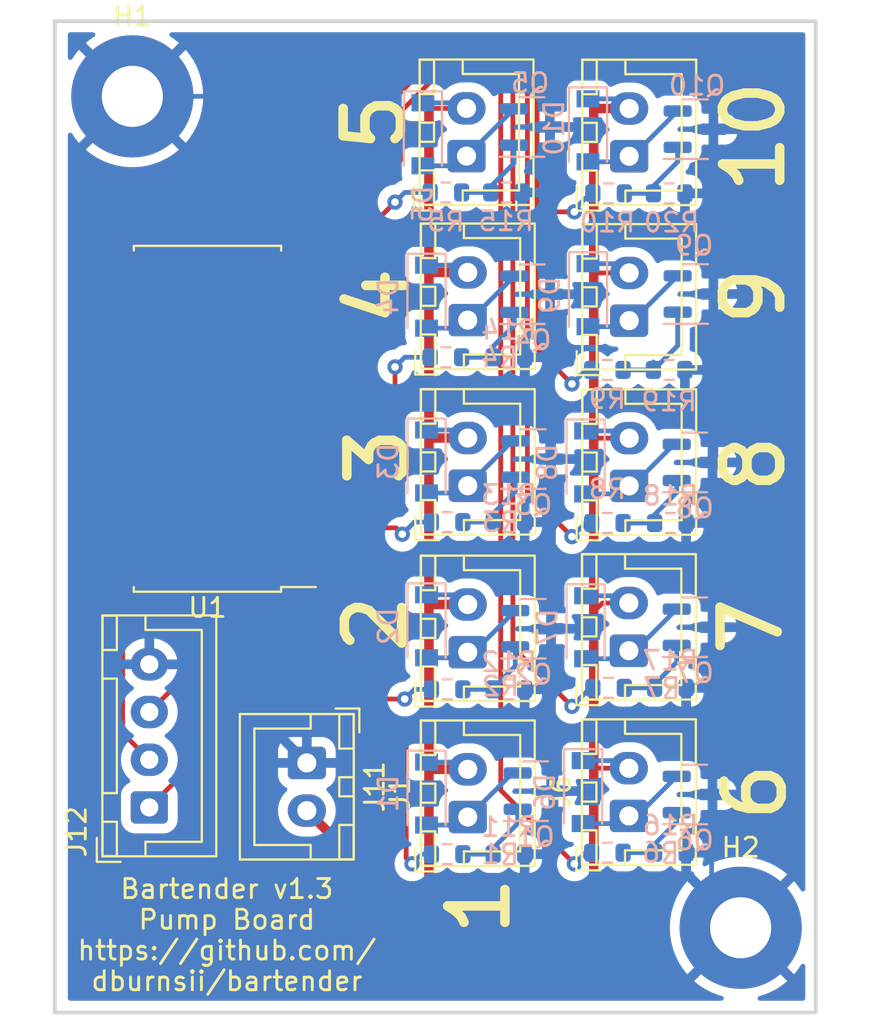
<source format=kicad_pcb>
(kicad_pcb (version 20211014) (generator pcbnew)
  (layers (0 "F.Cu" signal) (31 "B.Cu" signal) (34 "B.Paste" user) (35 "F.Paste" user) (36 "B.SilkS" user "B.Silkscreen") (37 "F.SilkS" user "F.Silkscreen") (38 "B.Mask" user) (39 "F.Mask" user) (44 "Edge.Cuts" user))
  (net 0 "")
  (net 1 "Net-(Q9-Pad1)")
  (net 2 "Net-(Q10-Pad1)")
  (net 3 "GND")
  (net 4 "/12v")
  (net 5 "Net-(J6-Pad1)")
  (net 6 "Net-(J7-Pad1)")
  (net 7 "Net-(J8-Pad1)")
  (net 8 "Net-(J9-Pad1)")
  (net 9 "Net-(J10-Pad1)")
  (net 10 "Net-(J2-Pad1)")
  (net 11 "Net-(J1-Pad1)")
  (net 12 "Net-(J3-Pad1)")
  (net 13 "Net-(J4-Pad1)")
  (net 14 "Net-(J5-Pad1)")
  (net 15 "Net-(J12-Pad1)")
  (net 16 "Net-(J12-Pad2)")
  (net 17 "Net-(J12-Pad3)")
  (net 18 "Net-(R1-Pad2)")
  (net 19 "Net-(R2-Pad2)")
  (net 20 "Net-(R3-Pad2)")
  (net 21 "Net-(R4-Pad2)")
  (net 22 "Net-(R5-Pad2)")
  (net 23 "Net-(R6-Pad2)")
  (net 24 "Net-(R7-Pad2)")
  (net 25 "Net-(R8-Pad2)")
  (net 26 "Net-(R1-Pad1)")
  (net 27 "Net-(R2-Pad1)")
  (net 28 "Net-(R3-Pad1)")
  (net 29 "Net-(R4-Pad1)")
  (net 30 "Net-(R5-Pad1)")
  (net 31 "Net-(R6-Pad1)")
  (net 32 "Net-(R7-Pad1)")
  (net 33 "Net-(R8-Pad1)")
  (net 34 "Net-(R9-Pad1)")
  (net 35 "Net-(R10-Pad1)")
  (footprint "Connector_JST:JST_XH_B2B-XH-A_1x02_P2.50mm_Vertical" (layer "F.Cu") (at 48.5625 74.590749 90)
    (fp_text reference "J2" hide)
    (fp_text value "2")
  )
  (footprint "Connector_JST:JST_XH_B2B-XH-A_1x02_P2.50mm_Vertical" (layer "F.Cu") (at 48.5625 65.867749 90)
    (fp_text reference "J3" hide)
    (fp_text value "3")
  )
  (footprint "Connector_JST:JST_XH_B2B-XH-A_1x02_P2.50mm_Vertical" (layer "F.Cu") (at 48.5625 57.191749 90)
    (fp_text reference "J4" hide)
    (fp_text value "4")
  )
  (footprint "Connector_JST:JST_XH_B2B-XH-A_1x02_P2.50mm_Vertical" (layer "F.Cu") (at 48.4985 48.595749 90)
    (fp_text reference "J5" hide)
    (fp_text value "5")
  )
  (footprint "Connector_JST:JST_XH_B2B-XH-A_1x02_P2.50mm_Vertical" (layer "F.Cu") (at 57.006 83.168249 90)
    (fp_text reference "J6")
    (fp_text value "6")
  )
  (footprint "Connector_JST:JST_XH_B2B-XH-A_1x02_P2.50mm_Vertical" (layer "F.Cu") (at 57.006 74.512249 90)
    (fp_text reference "J7" hide)
    (fp_text value "7")
  )
  (footprint "Connector_JST:JST_XH_B2B-XH-A_1x02_P2.50mm_Vertical" (layer "F.Cu") (at 57.023 65.876249 90)
    (fp_text reference "J8" hide)
    (fp_text value "8")
  )
  (footprint "Connector_JST:JST_XH_B2B-XH-A_1x02_P2.50mm_Vertical" (layer "F.Cu") (at 57.022 57.219249 90)
    (fp_text reference "J9" hide)
    (fp_text value "9")
  )
  (footprint "Connector_JST:JST_XH_B2B-XH-A_1x02_P2.50mm_Vertical" (layer "F.Cu") (at 57.023 48.604249 90)
    (fp_text reference "J10" hide)
    (fp_text value "10")
  )
  (footprint "Connector_JST:JST_XH_B2B-XH-A_1x02_P2.50mm_Vertical" (layer "F.Cu") (at 40.132 80.391 -90)
    (fp_text reference "J11")
    (fp_text value "12V")
  )
  (footprint "Connector_JST:JST_XH_B2B-XH-A_1x02_P2.50mm_Vertical" (layer "F.Cu") (at 48.5625 83.226749 90)
    (fp_text reference "J1")
    (fp_text value "1")
  )
  (footprint "Connector_JST:JST_XH_B4B-XH-A_1x04_P2.50mm_Vertical" (layer "F.Cu") (at 31.877 82.724 90)
    (fp_text reference "J12")
    (fp_text value "Conn_01x04_Female")
  )
  (footprint "Package_SO:SOIC-28W_7.5x17.9mm_P1.27mm" (layer "F.Cu") (at 34.925 62.360249 180)
    (fp_text reference "U1")
    (fp_text value "MCP23017_SO")
  )
  (footprint "MountingHole:MountingHole_3.2mm_M3_Pad" (layer "F.Cu") (at 30.988 45.466)
    (fp_text reference "H1")
    (fp_text value "MountingHole_Pad")
  )
  (footprint "MountingHole:MountingHole_3.2mm_M3_Pad" (layer "F.Cu") (at 62.865 89.027)
    (fp_text reference "H2")
    (fp_text value "MountingHole_Pad")
  )
  (footprint "Resistor_SMD:R_0603_1608Metric" (layer "B.Cu") (at 47.4835 85.171749)
    (fp_text reference "R1")
    (fp_text value "1KR")
  )
  (footprint "Resistor_SMD:R_0603_1608Metric" (layer "B.Cu") (at 47.4835 76.535749)
    (fp_text reference "R2")
    (fp_text value "1KR")
  )
  (footprint "Resistor_SMD:R_0603_1608Metric" (layer "B.Cu") (at 47.4835 67.772749)
    (fp_text reference "R3")
    (fp_text value "1KR")
  )
  (footprint "Resistor_SMD:R_0603_1608Metric" (layer "B.Cu") (at 47.4195 50.500749)
    (fp_text reference "R5")
    (fp_text value "1KR")
  )
  (footprint "Resistor_SMD:R_0603_1608Metric" (layer "B.Cu") (at 55.88 85.093249)
    (fp_text reference "R6")
    (fp_text value "1KR")
  )
  (footprint "Resistor_SMD:R_0603_1608Metric" (layer "B.Cu") (at 55.944 76.457249)
    (fp_text reference "R7")
    (fp_text value "1KR")
  )
  (footprint "Resistor_SMD:R_0603_1608Metric" (layer "B.Cu") (at 55.88 67.821249)
    (fp_text reference "R8")
    (fp_text value "1KR")
  )
  (footprint "Resistor_SMD:R_0603_1608Metric" (layer "B.Cu") (at 55.879 59.799249)
    (fp_text reference "R9")
    (fp_text value "1KR")
  )
  (footprint "Resistor_SMD:R_0603_1608Metric" (layer "B.Cu") (at 55.944 50.549249)
    (fp_text reference "R10")
    (fp_text value "1KR")
  )
  (footprint "Resistor_SMD:R_0603_1608Metric" (layer "B.Cu") (at 47.4195 59.136749)
    (fp_text reference "R4")
    (fp_text value "1KR")
  )
  (footprint "Diode_SMD:D_SOD-123" (layer "B.Cu") (at 54.864 55.884249 -90)
    (fp_text reference "D9")
    (fp_text value "1N4148W")
  )
  (footprint "Package_TO_SOT_SMD:SOT-23" (layer "B.Cu") (at 52.1185 81.869749)
    (fp_text reference "Q1")
    (fp_text value "AO3400A")
  )
  (footprint "Resistor_SMD:R_0603_1608Metric" (layer "B.Cu") (at 59.182 76.457249 180)
    (fp_text reference "R17")
    (fp_text value "R_Small_US")
  )
  (footprint "Diode_SMD:D_SOD-123" (layer "B.Cu") (at 46.4035 64.597749 -90)
    (fp_text reference "D3")
    (fp_text value "1N4148W")
  )
  (footprint "Resistor_SMD:R_0603_1608Metric" (layer "B.Cu") (at 59.119 50.549249 180)
    (fp_text reference "R20")
    (fp_text value "R_Small_US")
  )
  (footprint "Resistor_SMD:R_0603_1608Metric" (layer "B.Cu") (at 50.5945 50.500749 180)
    (fp_text reference "R15")
    (fp_text value "R_Small_US")
  )
  (footprint "Diode_SMD:D_SOD-123" (layer "B.Cu") (at 54.737 64.646249 -90)
    (fp_text reference "D8")
    (fp_text value "1N4148W")
  )
  (footprint "Package_TO_SOT_SMD:SOT-23" (layer "B.Cu") (at 60.5005 47.186249)
    (fp_text reference "Q10")
    (fp_text value "AO3400A")
  )
  (footprint "Diode_SMD:D_SOD-123" (layer "B.Cu") (at 54.737 73.282249 -90)
    (fp_text reference "D7")
    (fp_text value "1N4148W")
  )
  (footprint "Package_TO_SOT_SMD:SOT-23" (layer "B.Cu") (at 60.452 73.282249)
    (fp_text reference "Q7")
    (fp_text value "AO3400A")
  )
  (footprint "Resistor_SMD:R_0603_1608Metric" (layer "B.Cu") (at 50.7215 59.136749 180)
    (fp_text reference "R14")
    (fp_text value "R_Small_US")
  )
  (footprint "Diode_SMD:D_SOD-123" (layer "B.Cu") (at 46.2125 47.453749 -90)
    (fp_text reference "D5")
    (fp_text value "1N4148W")
  )
  (footprint "Package_TO_SOT_SMD:SOT-23" (layer "B.Cu") (at 51.9915 73.360749)
    (fp_text reference "Q2")
    (fp_text value "AO3400A")
  )
  (footprint "Package_TO_SOT_SMD:SOT-23" (layer "B.Cu") (at 60.452 64.646249)
    (fp_text reference "Q8")
    (fp_text value "AO3400A")
  )
  (footprint "Diode_SMD:D_SOD-123" (layer "B.Cu") (at 54.864 47.246249 -90)
    (fp_text reference "D10")
    (fp_text value "1N4148W")
  )
  (footprint "Resistor_SMD:R_0603_1608Metric" (layer "B.Cu") (at 50.7215 85.171749 180)
    (fp_text reference "R11")
    (fp_text value "R_Small_US")
  )
  (footprint "Diode_SMD:D_SOD-123" (layer "B.Cu") (at 46.4035 81.996749 -90)
    (fp_text reference "D1")
    (fp_text value "1N4148W")
  )
  (footprint "Package_TO_SOT_SMD:SOT-23" (layer "B.Cu") (at 60.5005 55.822249)
    (fp_text reference "Q9")
    (fp_text value "AO3400A")
  )
  (footprint "Resistor_SMD:R_0603_1608Metric" (layer "B.Cu") (at 59.117 59.799249 180)
    (fp_text reference "R19")
    (fp_text value "R_Small_US")
  )
  (footprint "Diode_SMD:D_SOD-123" (layer "B.Cu") (at 46.4035 73.233749 -90)
    (fp_text reference "D2")
    (fp_text value "1N4148W")
  )
  (footprint "Resistor_SMD:R_0603_1608Metric" (layer "B.Cu") (at 50.7215 76.535749 180)
    (fp_text reference "R12")
    (fp_text value "R_Small_US")
  )
  (footprint "Package_TO_SOT_SMD:SOT-23" (layer "B.Cu") (at 60.452 82.045249)
    (fp_text reference "Q6")
    (fp_text value "AO3400A")
  )
  (footprint "Package_TO_SOT_SMD:SOT-23" (layer "B.Cu") (at 51.9915 64.470749)
    (fp_text reference "Q3")
    (fp_text value "AO3400A")
  )
  (footprint "Resistor_SMD:R_0603_1608Metric" (layer "B.Cu") (at 50.7215 67.772749 180)
    (fp_text reference "R13")
    (fp_text value "R_Small_US")
  )
  (footprint "Resistor_SMD:R_0603_1608Metric" (layer "B.Cu") (at 59.182 67.821249 180)
    (fp_text reference "R18")
    (fp_text value "R_Small_US")
  )
  (footprint "Package_TO_SOT_SMD:SOT-23" (layer "B.Cu") (at 51.9275 47.071749)
    (fp_text reference "Q5")
    (fp_text value "AO3400A")
  )
  (footprint "Package_TO_SOT_SMD:SOT-23" (layer "B.Cu") (at 51.943 55.834749)
    (fp_text reference "Q4")
    (fp_text value "AO3400A")
  )
  (footprint "Diode_SMD:D_SOD-123" (layer "B.Cu") (at 54.61 81.919249 -90)
    (fp_text reference "D6")
    (fp_text value "1N4148W")
  )
  (footprint "Diode_SMD:D_SOD-123" (layer "B.Cu") (at 46.4035 55.961749 -90)
    (fp_text reference "D4")
    (fp_text value "1N4148W")
  )
  (footprint "Resistor_SMD:R_0603_1608Metric" (layer "B.Cu") (at 59.182 85.093249 180)
    (fp_text reference "R16")
    (fp_text value "R_Small_US")
  )
  (gr_rect (start 66.802 93.472) (end 26.924 41.529) (layer "Edge.Cuts") (width 0.2) (fill none))
  (gr_text "Bartender v1.3\nPump Board\nhttps://github.com/\ndburnsii/bartender" (at 35.941 89.408) (layer "F.SilkS") (effects (font (size 1 1))))
  (segment (start 59.563 56.772249) (end 59.563 58.528249) (width 0.25) (layer "B.Cu") (net 1))
  (segment (start 56.578 59.800249) (end 58.166 59.800249) (width 0.25) (layer "B.Cu") (net 1))
  (segment (start 59.563 58.528249) (end 58.292 59.799249) (width 0.25) (layer "B.Cu") (net 1))
  (segment (start 58.292 59.799249) (end 58.292 59.382249) (width 0.25) (layer "B.Cu") (net 1))
  (segment (start 58.294 50.549249) (end 58.294 50.167249) (width 0.25) (layer "B.Cu") (net 2))
  (segment (start 56.769 50.549249) (end 58.294 50.549249) (width 0.25) (layer "B.Cu") (net 2))
  (segment (start 58.294 50.167249) (end 59.563 48.898249) (width 0.25) (layer "B.Cu") (net 2))
  (segment (start 59.563 48.898249) (end 59.563 48.136249) (width 0.25) (layer "B.Cu") (net 2))
  (segment (start 52.8805 64.422249) (end 52.929 64.470749) (width 0.5) (layer "B.Cu") (net 3))
  (segment (start 52.391 78.867) (end 52.929 78.329) (width 0.5) (layer "B.Cu") (net 3))
  (segment (start 51.5465 59.136749) (end 52.8805 59.136749) (width 0.25) (layer "B.Cu") (net 3))
  (segment (start 51.5465 76.535749) (end 52.8805 76.535749) (width 0.25) (layer "B.Cu") (net 3))
  (segment (start 52.929 67.694249) (end 52.929 73.360749) (width 0.5) (layer "B.Cu") (net 3))
  (segment (start 61.341 85.093249) (end 61.341 87.503) (width 0.25) (layer "B.Cu") (net 3))
  (segment (start 61.3895 82.045249) (end 61.3895 85.044749) (width 0.5) (layer "B.Cu") (net 3))
  (segment (start 61.438 50.452249) (end 61.438 55.822249) (width 0.5) (layer "B.Cu") (net 3))
  (segment (start 40.894 43.307) (end 52.07 43.307) (width 0.25) (layer "B.Cu") (net 3))
  (segment (start 61.438 59.723249) (end 61.438 64.597749) (width 0.5) (layer "B.Cu") (net 3))
  (segment (start 43.053 80.391) (end 44.577 78.867) (width 0.5) (layer "B.Cu") (net 3))
  (segment (start 60.007 76.457249) (end 61.311 76.457249) (width 0.25) (layer "B.Cu") (net 3))
  (segment (start 61.3895 67.869749) (end 61.3895 73.282249) (width 0.5) (layer "B.Cu") (net 3))
  (segment (start 40.132 80.391) (end 43.053 80.391) (width 0.5) (layer "B.Cu") (net 3))
  (segment (start 52.929 76.487249) (end 52.929 78.329) (width 0.5) (layer "B.Cu") (net 3))
  (segment (start 52.07 43.307) (end 52.865 44.102) (width 0.25) (layer "B.Cu") (net 3))
  (segment (start 53.056 81.869749) (end 53.056 84.996249) (width 0.5) (layer "B.Cu") (net 3))
  (segment (start 52.929 64.470749) (end 52.929 67.694249) (width 0.5) (layer "B.Cu") (net 3))
  (segment (start 34.965 75.224) (end 40.132 80.391) (width 0.5) (layer "B.Cu") (net 3))
  (segment (start 59.944 50.549249) (end 61.341 50.549249) (width 0.25) (layer "B.Cu") (net 3))
  (segment (start 53.056 84.996249) (end 53.0075 85.044749) (width 0.5) (layer "B.Cu") (net 3))
  (segment (start 61.438 55.822249) (end 61.438 59.723249) (width 0.5) (layer "B.Cu") (net 3))
  (segment (start 61.3895 73.282249) (end 61.3895 76.378749) (width 0.5) (layer "B.Cu") (net 3))
  (segment (start 59.942 59.799249) (end 61.362 59.799249) (width 0.25) (layer "B.Cu") (net 3))
  (segment (start 52.929 73.360749) (end 52.929 76.487249) (width 0.5) (layer "B.Cu") (net 3))
  (segment (start 52.8805 50.500749) (end 52.8805 55.834749) (width 0.5) (layer "B.Cu") (net 3))
  (segment (start 52.8805 55.834749) (end 52.8805 59.136749) (width 0.5) (layer "B.Cu") (net 3))
  (segment (start 60.007 85.093249) (end 61.341 85.093249) (width 0.25) (layer "B.Cu") (net 3))
  (segment (start 51.4195 50.500749) (end 52.8805 50.500749) (width 0.25) (layer "B.Cu") (net 3))
  (segment (start 61.311 76.457249) (end 61.3895 76.378749) (width 0.25) (layer "B.Cu") (net 3))
  (segment (start 61.3895 64.646249) (end 61.3895 67.869749) (width 0.5) (layer "B.Cu") (net 3))
  (segment (start 61.3895 85.044749) (end 61.341 85.093249) (width 0.5) (layer "B.Cu") (net 3))
  (segment (start 52.8505 67.772749) (end 52.929 67.694249) (width 0.25) (layer "B.Cu") (net 3))
  (segment (start 52.8805 85.171749) (end 53.056 84.996249) (width 0.25) (layer "B.Cu") (net 3))
  (segment (start 61.3895 76.378749) (end 61.3895 82.045249) (width 0.5) (layer "B.Cu") (net 3))
  (segment (start 38.735 45.466) (end 40.894 43.307) (width 0.25) (layer "B.Cu") (net 3))
  (segment (start 52.8805 47.087249) (end 52.8805 50.500749) (width 0.5) (layer "B.Cu") (net 3))
  (segment (start 61.341 67.821249) (end 61.3895 67.869749) (width 0.25) (layer "B.Cu") (net 3))
  (segment (start 61.438 64.597749) (end 61.3895 64.646249) (width 0.5) (layer "B.Cu") (net 3))
  (segment (start 52.865 47.071749) (end 52.8805 47.087249) (width 0.5) (layer "B.Cu") (net 3))
  (segment (start 52.865 44.102) (end 52.865 47.071749) (width 0.25) (layer "B.Cu") (net 3))
  (segment (start 61.438 47.186249) (end 61.438 50.452249) (width 0.5) (layer "B.Cu") (net 3))
  (segment (start 44.577 78.867) (end 52.391 78.867) (width 0.5) (layer "B.Cu") (net 3))
  (segment (start 52.929 78.329) (end 52.929 81.742749) (width 0.5) (layer "B.Cu") (net 3))
  (segment (start 52.929 81.742749) (end 53.056 81.869749) (width 0.5) (layer "B.Cu") (net 3))
  (segment (start 61.341 87.503) (end 62.865 89.027) (width 0.25) (layer "B.Cu") (net 3))
  (segment (start 31.877 75.224) (end 34.965 75.224) (width 0.5) (layer "B.Cu") (net 3))
  (segment (start 51.5465 67.772749) (end 52.8505 67.772749) (width 0.25) (layer "B.Cu") (net 3))
  (segment (start 52.8805 76.535749) (end 52.929 76.487249) (width 0.25) (layer "B.Cu") (net 3))
  (segment (start 61.341 50.549249) (end 61.438 50.452249) (width 0.25) (layer "B.Cu") (net 3))
  (segment (start 30.988 45.466) (end 38.735 45.466) (width 0.25) (layer "B.Cu") (net 3))
  (segment (start 61.362 59.799249) (end 61.438 59.723249) (width 0.25) (layer "B.Cu") (net 3))
  (segment (start 51.5465 85.171749) (end 52.8805 85.171749) (width 0.25) (layer "B.Cu") (net 3))
  (segment (start 60.007 67.821249) (end 61.341 67.821249) (width 0.25) (layer "B.Cu") (net 3))
  (segment (start 52.8805 59.136749) (end 52.8805 64.422249) (width 0.5) (layer "B.Cu") (net 3))
  (segment (start 55.1665 80.853749) (end 55.1665 87.457749) (width 0.5) (layer "F.Cu") (net 4))
  (segment (start 57.006 80.668249) (end 55.352 80.668249) (width 0.25) (layer "F.Cu") (net 4))
  (segment (start 46.5305 46.055749) (end 46.5305 54.818749) (width 0.5) (layer "F.Cu") (net 4))
  (segment (start 55.1665 45.928749) (end 55.1665 54.818749) (width 0.5) (layer "F.Cu") (net 4))
  (segment (start 57.022 54.719249) (end 55.266 54.719249) (width 0.25) (layer "F.Cu") (net 4))
  (segment (start 55.342 46.104249) (end 57.023 46.104249) (width 0.5) (layer "F.Cu") (net 4))
  (segment (start 55.1665 87.457749) (end 46.660749 87.457749) (width 0.5) (layer "F.Cu") (net 4))
  (segment (start 46.5305 87.584749) (end 44.825749 87.584749) (width 0.5) (layer "F.Cu") (net 4))
  (segment (start 55.1665 45.928749) (end 55.342 46.104249) (width 0.5) (layer "F.Cu") (net 4))
  (segment (start 44.825749 87.584749) (end 40.132 82.891) (width 0.5) (layer "F.Cu") (net 4))
  (segment (start 48.5625 72.090749) (end 46.5305 72.090749) (width 0.5) (layer "F.Cu") (net 4))
  (segment (start 46.8245 63.367749) (end 46.5305 63.073749) (width 0.5) (layer "F.Cu") (net 4))
  (segment (start 46.5305 54.818749) (end 46.5305 63.073749) (width 0.5) (layer "F.Cu") (net 4))
  (segment (start 57.006 72.012249) (end 55.626 72.012249) (width 0.25) (layer "F.Cu") (net 4))
  (segment (start 46.5305 63.073749) (end 46.5305 72.090749) (width 0.5) (layer "F.Cu") (net 4))
  (segment (start 48.5625 80.726749) (end 46.5305 80.726749) (width 0.5) (layer "F.Cu") (net 4))
  (segment (start 55.352 80.668249) (end 55.1665 80.853749) (width 0.25) (layer "F.Cu") (net 4))
  (segment (start 55.1665 63.581749) (end 55.1665 72.471749) (width 0.5) (layer "F.Cu") (net 4))
  (segment (start 46.5705 46.095749) (end 46.5305 46.055749) (width 0.25) (layer "F.Cu") (net 4))
  (segment (start 48.5625 63.367749) (end 46.8245 63.367749) (width 0.5) (layer "F.Cu") (net 4))
  (segment (start 46.5305 87.3275) (end 46.5305 87.584749) (width 0.5) (layer "F.Cu") (net 4))
  (segment (start 55.1665 72.471749) (end 55.1665 80.853749) (width 0.5) (layer "F.Cu") (net 4))
  (segment (start 55.372 63.376249) (end 55.1665 63.581749) (width 0.25) (layer "F.Cu") (net 4))
  (segment (start 55.266 54.719249) (end 55.1665 54.818749) (width 0.25) (layer "F.Cu") (net 4))
  (segment (start 55.1665 54.818749) (end 55.1665 63.581749) (width 0.5) (layer "F.Cu") (net 4))
  (segment (start 46.6575 54.691749) (end 46.5305 54.818749) (width 0.5) (layer "F.Cu") (net 4))
  (segment (start 46.5305 80.726749) (end 46.5305 87.3275) (width 0.5) (layer "F.Cu") (net 4))
  (segment (start 48.4985 46.095749) (end 46.5705 46.095749) (width 0.25) (layer "F.Cu") (net 4))
  (segment (start 57.023 63.376249) (end 55.372 63.376249) (width 0.25) (layer "F.Cu") (net 4))
  (segment (start 55.626 72.012249) (end 55.1665 72.471749) (width 0.25) (layer "F.Cu") (net 4))
  (segment (start 46.660749 87.457749) (end 46.5305 87.3275) (width 0.5) (layer "F.Cu") (net 4))
  (segment (start 48.5625 54.691749) (end 46.6575 54.691749) (width 0.5) (layer "F.Cu") (net 4))
  (segment (start 46.5305 72.090749) (end 46.5305 80.726749) (width 0.5) (layer "F.Cu") (net 4))
  (segment (start 54.864 54.234249) (end 56.537 54.234249) (width 0.25) (layer "B.Cu") (net 4))
  (segment (start 54.864 45.596249) (end 56.515 45.596249) (width 0.25) (layer "B.Cu") (net 4))
  (segment (start 46.2125 45.803749) (end 48.2065 45.803749) (width 0.25) (layer "B.Cu") (net 4))
  (segment (start 46.4035 54.311749) (end 48.1825 54.311749) (width 0.25) (layer "B.Cu") (net 4))
  (segment (start 46.4035 62.947749) (end 48.1425 62.947749) (width 0.25) (layer "B.Cu") (net 4))
  (segment (start 56.516 54.213249) (end 57.022 54.719249) (width 0.25) (layer "B.Cu") (net 4))
  (segment (start 56.607 80.269249) (end 57.006 80.668249) (width 0.25) (layer "B.Cu") (net 4))
  (segment (start 54.61 80.269249) (end 56.607 80.269249) (width 0.25) (layer "B.Cu") (net 4))
  (segment (start 46.4035 80.346749) (end 48.1825 80.346749) (width 0.25) (layer "B.Cu") (net 4))
  (segment (start 48.1825 54.311749) (end 48.5625 54.691749) (width 0.25) (layer "B.Cu") (net 4))
  (segment (start 56.515 45.596249) (end 57.023 46.104249) (width 0.25) (layer "B.Cu") (net 4))
  (segment (start 54.737 62.996249) (end 56.643 62.996249) (width 0.25) (layer "B.Cu") (net 4))
  (segment (start 54.737 71.632249) (end 56.626 71.632249) (width 0.25) (layer "B.Cu") (net 4))
  (segment (start 48.1425 62.947749) (end 48.5625 63.367749) (width 0.25) (layer "B.Cu") (net 4))
  (segment (start 48.2065 45.803749) (end 48.4985 46.095749) (width 0.25) (layer "B.Cu") (net 4))
  (segment (start 56.643 62.996249) (end 57.023 63.376249) (width 0.25) (layer "B.Cu") (net 4))
  (segment (start 46.4035 71.583749) (end 48.0555 71.583749) (width 0.25) (layer "B.Cu") (net 4))
  (segment (start 56.537 54.234249) (end 57.022 54.719249) (width 0.25) (layer "B.Cu") (net 4))
  (segment (start 48.1825 80.346749) (end 48.5625 80.726749) (width 0.25) (layer "B.Cu") (net 4))
  (segment (start 48.0555 71.583749) (end 48.5625 72.090749) (width 0.25) (layer "B.Cu") (net 4))
  (segment (start 56.626 71.632249) (end 57.006 72.012249) (width 0.25) (layer "B.Cu") (net 4))
  (segment (start 56.605 83.569249) (end 57.006 83.168249) (width 0.25) (layer "B.Cu") (net 5))
  (segment (start 54.61 83.569249) (end 56.605 83.569249) (width 0.25) (layer "B.Cu") (net 5))
  (segment (start 57.4415 83.168249) (end 59.5145 81.095249) (width 0.25) (layer "B.Cu") (net 5))
  (segment (start 57.006 83.168249) (end 57.4415 83.168249) (width 0.25) (layer "B.Cu") (net 5))
  (segment (start 54.737 74.932249) (end 56.586 74.932249) (width 0.25) (layer "B.Cu") (net 6))
  (segment (start 57.006 74.512249) (end 57.3345 74.512249) (width 0.25) (layer "B.Cu") (net 6))
  (segment (start 57.3345 74.512249) (end 59.5145 72.332249) (width 0.25) (layer "B.Cu") (net 6))
  (segment (start 56.586 74.932249) (end 57.006 74.512249) (width 0.25) (layer "B.Cu") (net 6))
  (segment (start 57.19 65.876249) (end 59.37 63.696249) (width 0.25) (layer "B.Cu") (net 7))
  (segment (start 57.023 65.876249) (end 57.19 65.876249) (width 0.25) (layer "B.Cu") (net 7))
  (segment (start 56.603 66.296249) (end 57.023 65.876249) (width 0.25) (layer "B.Cu") (net 7))
  (segment (start 59.37 63.696249) (end 59.5145 63.696249) (width 0.25) (layer "B.Cu") (net 7))
  (segment (start 54.737 66.296249) (end 56.603 66.296249) (width 0.25) (layer "B.Cu") (net 7))
  (segment (start 57.022 57.219249) (end 57.216 57.219249) (width 0.25) (layer "B.Cu") (net 8))
  (segment (start 56.707 57.534249) (end 57.022 57.219249) (width 0.25) (layer "B.Cu") (net 8))
  (segment (start 57.216 57.219249) (end 59.563 54.872249) (width 0.25) (layer "B.Cu") (net 8))
  (segment (start 54.864 57.534249) (end 56.707 57.534249) (width 0.25) (layer "B.Cu") (net 8))
  (segment (start 57.195 48.604249) (end 59.563 46.236249) (width 0.25) (layer "B.Cu") (net 9))
  (segment (start 57.023 48.604249) (end 57.195 48.604249) (width 0.25) (layer "B.Cu") (net 9))
  (segment (start 56.731 48.896249) (end 57.023 48.604249) (width 0.25) (layer "B.Cu") (net 9))
  (segment (start 54.864 48.896249) (end 56.731 48.896249) (width 0.25) (layer "B.Cu") (net 9))
  (segment (start 48.5625 74.590749) (end 48.874 74.590749) (width 0.25) (layer "B.Cu") (net 10))
  (segment (start 48.2695 74.883749) (end 48.5625 74.590749) (width 0.25) (layer "B.Cu") (net 10))
  (segment (start 48.874 74.590749) (end 51.054 72.410749) (width 0.25) (layer "B.Cu") (net 10))
  (segment (start 46.4035 74.883749) (end 48.2695 74.883749) (width 0.25) (layer "B.Cu") (net 10))
  (segment (start 48.5625 83.226749) (end 48.6025 83.226749) (width 0.25) (layer "B.Cu") (net 11))
  (segment (start 48.6025 83.226749) (end 50.9095 80.919749) (width 0.25) (layer "B.Cu") (net 11))
  (segment (start 48.1425 83.646749) (end 48.5625 83.226749) (width 0.25) (layer "B.Cu") (net 11))
  (segment (start 50.9095 80.919749) (end 51.181 80.919749) (width 0.25) (layer "B.Cu") (net 11))
  (segment (start 46.4035 83.646749) (end 48.1425 83.646749) (width 0.25) (layer "B.Cu") (net 11))
  (segment (start 48.5625 65.867749) (end 50.9095 63.520749) (width 0.25) (layer "B.Cu") (net 12))
  (segment (start 46.4035 66.247749) (end 48.1825 66.247749) (width 0.25) (layer "B.Cu") (net 12))
  (segment (start 48.1825 66.247749) (end 48.5625 65.867749) (width 0.25) (layer "B.Cu") (net 12))
  (segment (start 50.9095 63.520749) (end 51.054 63.520749) (width 0.25) (layer "B.Cu") (net 12))
  (segment (start 48.5625 57.191749) (end 48.6985 57.191749) (width 0.25) (layer "B.Cu") (net 13))
  (segment (start 48.1425 57.611749) (end 48.5625 57.191749) (width 0.25) (layer "B.Cu") (net 13))
  (segment (start 46.4035 57.611749) (end 48.1425 57.611749) (width 0.25) (layer "B.Cu") (net 13))
  (segment (start 48.6985 57.191749) (end 51.0055 54.884749) (width 0.25) (layer "B.Cu") (net 13))
  (segment (start 47.9905 49.103749) (end 48.4985 48.595749) (width 0.25) (layer "B.Cu") (net 14))
  (segment (start 48.4985 48.595749) (end 48.5845 48.681749) (width 0.25) (layer "B.Cu") (net 14))
  (segment (start 48.516 48.595749) (end 50.99 46.121749) (width 0.25) (layer "B.Cu") (net 14))
  (segment (start 46.2125 49.103749) (end 47.9905 49.103749) (width 0.25) (layer "B.Cu") (net 14))
  (segment (start 47.9705 49.123749) (end 48.4985 48.595749) (width 0.25) (layer "B.Cu") (net 14))
  (segment (start 48.4985 48.595749) (end 48.516 48.595749) (width 0.25) (layer "B.Cu") (net 14))
  (segment (start 37.211 77.39) (end 37.211 63.642498) (width 0.25) (layer "F.Cu") (net 15))
  (segment (start 37.592 63.261498) (end 37.592 61.214) (width 0.25) (layer "F.Cu") (net 15))
  (segment (start 37.211 63.642498) (end 37.592 63.261498) (width 0.25) (layer "F.Cu") (net 15))
  (segment (start 38.350751 60.455249) (end 39.575 60.455249) (width 0.25) (layer "F.Cu") (net 15))
  (segment (start 37.592 61.214) (end 38.350751 60.455249) (width 0.25) (layer "F.Cu") (net 15))
  (segment (start 31.877 82.724) (end 37.211 77.39) (width 0.25) (layer "F.Cu") (net 15))
  (segment (start 30.48 78.827) (end 30.48 72.107) (width 0.25) (layer "F.Cu") (net 16))
  (segment (start 30.48 72.107) (end 35.306 67.281) (width 0.25) (layer "F.Cu") (net 16))
  (segment (start 31.877 80.224) (end 30.48 78.827) (width 0.25) (layer "F.Cu") (net 16))
  (segment (start 35.306 67.281) (end 35.306 58.039) (width 0.25) (layer "F.Cu") (net 16))
  (segment (start 37.969751 55.375249) (end 39.575 55.375249) (width 0.25) (layer "F.Cu") (net 16))
  (segment (start 35.306 58.039) (end 37.969751 55.375249) (width 0.25) (layer "F.Cu") (net 16))
  (segment (start 31.877 77.724) (end 35.941 73.66) (width 0.25) (layer "F.Cu") (net 17))
  (segment (start 35.941 73.66) (end 35.941 59.852498) (width 0.25) (layer "F.Cu") (net 17))
  (segment (start 35.941 59.852498) (end 39.148249 56.645249) (width 0.25) (layer "F.Cu") (net 17))
  (segment (start 39.148249 56.645249) (end 39.575 56.645249) (width 0.25) (layer "F.Cu") (net 17))
  (segment (start 48.3085 85.171749) (end 49.8965 85.171749) (width 0.25) (layer "B.Cu") (net 18))
  (segment (start 49.8965 85.171749) (end 49.8965 84.853749) (width 0.25) (layer "B.Cu") (net 18))
  (segment (start 51.181 83.569249) (end 51.181 82.819749) (width 0.25) (layer "B.Cu") (net 18))
  (segment (start 48.3085 85.171749) (end 48.3085 85.044749) (width 0.25) (layer "B.Cu") (net 18))
  (segment (start 49.8965 84.853749) (end 51.181 83.569249) (width 0.25) (layer "B.Cu") (net 18))
  (segment (start 48.3085 76.535749) (end 49.8965 76.535749) (width 0.25) (layer "B.Cu") (net 19))
  (segment (start 51.054 75.314249) (end 51.054 74.310749) (width 0.25) (layer "B.Cu") (net 19))
  (segment (start 49.8965 76.471749) (end 51.054 75.314249) (width 0.25) (layer "B.Cu") (net 19))
  (segment (start 49.8965 76.535749) (end 49.8965 76.471749) (width 0.25) (layer "B.Cu") (net 19))
  (segment (start 49.8965 67.772749) (end 49.8965 67.327749) (width 0.25) (layer "B.Cu") (net 20))
  (segment (start 51.054 66.170249) (end 51.054 65.420749) (width 0.25) (layer "B.Cu") (net 20))
  (segment (start 49.8965 67.327749) (end 51.054 66.170249) (width 0.25) (layer "B.Cu") (net 20))
  (segment (start 48.3085 67.772749) (end 49.8965 67.772749) (width 0.25) (layer "B.Cu") (net 20))
  (segment (start 51.0055 57.455749) (end 51.0055 56.784749) (width 0.25) (layer "B.Cu") (net 21))
  (segment (start 48.2445 59.136749) (end 49.8965 59.136749) (width 0.25) (layer "B.Cu") (net 21))
  (segment (start 49.8965 59.136749) (end 49.8965 58.564749) (width 0.25) (layer "B.Cu") (net 21))
  (segment (start 49.8965 58.564749) (end 51.0055 57.455749) (width 0.25) (layer "B.Cu") (net 21))
  (segment (start 50.99 48.962249) (end 50.99 48.021749) (width 0.25) (layer "B.Cu") (net 22))
  (segment (start 49.7695 50.500749) (end 49.7695 50.182749) (width 0.25) (layer "B.Cu") (net 22))
  (segment (start 48.2445 50.500749) (end 49.7695 50.500749) (width 0.25) (layer "B.Cu") (net 22))
  (segment (start 49.7695 50.182749) (end 50.99 48.962249) (width 0.25) (layer "B.Cu") (net 22))
  (segment (start 56.705 85.093249) (end 58.357 85.093249) (width 0.25) (layer "B.Cu") (net 23))
  (segment (start 59.5145 83.490749) (end 59.5145 82.995249) (width 0.25) (layer "B.Cu") (net 23))
  (segment (start 58.357 84.648249) (end 59.5145 83.490749) (width 0.25) (layer "B.Cu") (net 23))
  (segment (start 58.357 85.093249) (end 58.357 84.648249) (width 0.25) (layer "B.Cu") (net 23))
  (segment (start 56.769 76.457249) (end 58.357 76.457249) (width 0.25) (layer "B.Cu") (net 24))
  (segment (start 58.357 76.457249) (end 58.357 76.266249) (width 0.25) (layer "B.Cu") (net 24))
  (segment (start 59.5145 75.108749) (end 59.5145 74.232249) (width 0.25) (layer "B.Cu") (net 24))
  (segment (start 58.357 76.266249) (end 59.5145 75.108749) (width 0.25) (layer "B.Cu") (net 24))
  (segment (start 58.357 67.376249) (end 59.5145 66.218749) (width 0.25) (layer "B.Cu") (net 25))
  (segment (start 59.5145 66.218749) (end 59.5145 65.596249) (width 0.25) (layer "B.Cu") (net 25))
  (segment (start 58.357 67.821249) (end 58.357 67.376249) (width 0.25) (layer "B.Cu") (net 25))
  (segment (start 56.705 67.821249) (end 58.357 67.821249) (width 0.25) (layer "B.Cu") (net 25))
  (segment (start 41.021 74.553645) (end 45.339 78.871645) (width 0.25) (layer "F.Cu") (net 26))
  (segment (start 39.575 70.817) (end 41.021 72.263) (width 0.25) (layer "F.Cu") (net 26))
  (segment (start 45.339 78.871645) (end 45.339 85.377249) (width 0.25) (layer "F.Cu") (net 26))
  (segment (start 41.021 72.263) (end 41.021 74.553645) (width 0.25) (layer "F.Cu") (net 26))
  (segment (start 45.339 85.377249) (end 45.6415 85.679749) (width 0.25) (layer "F.Cu") (net 26))
  (segment (start 39.575 70.615249) (end 39.575 70.817) (width 0.25) (layer "F.Cu") (net 26))
  (via (at 45.6415 85.679749) (size 0.8) (drill 0.4) (layers "F.Cu" "B.Cu") (net 26))
  (segment (start 46.1495 85.171749) (end 45.6415 85.679749) (width 0.25) (layer "B.Cu") (net 26))
  (segment (start 46.6585 85.171749) (end 46.1495 85.171749) (width 0.25) (layer "B.Cu") (net 26))
  (segment (start 40.259 69.345249) (end 41.783 70.869249) (width 0.25) (layer "F.Cu") (net 27))
  (segment (start 41.783 74.679249) (end 44.1475 77.043749) (width 0.25) (layer "F.Cu") (net 27))
  (segment (start 39.575 69.345249) (end 40.259 69.345249) (width 0.25) (layer "F.Cu") (net 27))
  (segment (start 44.1475 77.043749) (end 45.2605 77.043749) (width 0.25) (layer "F.Cu") (net 27))
  (segment (start 41.783 70.869249) (end 41.783 74.679249) (width 0.25) (layer "F.Cu") (net 27))
  (via (at 45.2605 77.043749) (size 0.8) (drill 0.4) (layers "F.Cu" "B.Cu") (net 27))
  (segment (start 46.6585 76.535749) (end 45.7685 76.535749) (width 0.25) (layer "B.Cu") (net 27))
  (segment (start 45.7685 76.535749) (end 45.2605 77.043749) (width 0.25) (layer "B.Cu") (net 27))
  (segment (start 44.801 68.075249) (end 45.1335 68.407749) (width 0.25) (layer "F.Cu") (net 28))
  (segment (start 39.575 68.075249) (end 44.801 68.075249) (width 0.25) (layer "F.Cu") (net 28))
  (via (at 45.1335 68.407749) (size 0.8) (drill 0.4) (layers "F.Cu" "B.Cu") (net 28))
  (segment (start 46.6585 67.772749) (end 45.7685 67.772749) (width 0.25) (layer "B.Cu") (net 28))
  (segment (start 45.7685 67.772749) (end 45.1335 68.407749) (width 0.25) (layer "B.Cu") (net 28))
  (segment (start 39.575 66.805249) (end 40.513 66.805249) (width 0.25) (layer "F.Cu") (net 29))
  (segment (start 44.7525 62.565749) (end 44.7525 59.644749) (width 0.25) (layer "F.Cu") (net 29))
  (segment (start 40.513 66.805249) (end 44.7525 62.565749) (width 0.25) (layer "F.Cu") (net 29))
  (via (at 44.7525 59.644749) (size 0.8) (drill 0.4) (layers "F.Cu" "B.Cu") (net 29))
  (segment (start 46.5945 59.136749) (end 45.2605 59.136749) (width 0.25) (layer "B.Cu") (net 29))
  (segment (start 45.2605 59.136749) (end 44.7525 59.644749) (width 0.25) (layer "B.Cu") (net 29))
  (segment (start 39.575 65.535249) (end 40.001751 65.535249) (width 0.25) (layer "F.Cu") (net 30))
  (segment (start 40.001751 65.535249) (end 43.688 61.849) (width 0.25) (layer "F.Cu") (net 30))
  (segment (start 43.688 61.849) (end 43.688 52.073249) (width 0.25) (layer "F.Cu") (net 30))
  (segment (start 43.688 52.073249) (end 44.7525 51.008749) (width 0.25) (layer "F.Cu") (net 30))
  (via (at 44.7525 51.008749) (size 0.8) (drill 0.4) (layers "F.Cu" "B.Cu") (net 30))
  (segment (start 46.5945 50.500749) (end 45.2605 50.500749) (width 0.25) (layer "B.Cu") (net 30))
  (segment (start 45.2605 50.500749) (end 44.7525 51.008749) (width 0.25) (layer "B.Cu") (net 30))
  (segment (start 50.292 44.707249) (end 50.292 81.821249) (width 0.25) (layer "F.Cu") (net 31))
  (segment (start 40.001751 64.265249) (end 42.545 61.722) (width 0.25) (layer "F.Cu") (net 31))
  (segment (start 50.292 81.821249) (end 54.1505 85.679749) (width 0.25) (layer "F.Cu") (net 31))
  (segment (start 42.545 61.722) (end 42.545 51.311249) (width 0.25) (layer "F.Cu") (net 31))
  (segment (start 46.99 44.326249) (end 49.911 44.326249) (width 0.25) (layer "F.Cu") (net 31))
  (segment (start 42.545 51.311249) (end 45.085 48.771249) (width 0.25) (layer "F.Cu") (net 31))
  (segment (start 49.911 44.326249) (end 50.292 44.707249) (width 0.25) (layer "F.Cu") (net 31))
  (segment (start 45.085 46.231249) (end 46.99 44.326249) (width 0.25) (layer "F.Cu") (net 31))
  (segment (start 39.575 64.265249) (end 40.001751 64.265249) (width 0.25) (layer "F.Cu") (net 31))
  (segment (start 45.085 48.771249) (end 45.085 46.231249) (width 0.25) (layer "F.Cu") (net 31))
  (via (at 54.1505 85.679749) (size 0.8) (drill 0.4) (layers "F.Cu" "B.Cu") (net 31))
  (segment (start 54.737 85.093249) (end 54.1505 85.679749) (width 0.25) (layer "B.Cu") (net 31))
  (segment (start 55.055 85.093249) (end 54.737 85.093249) (width 0.25) (layer "B.Cu") (net 31))
  (segment (start 40.001751 62.995249) (end 41.656 61.341) (width 0.25) (layer "F.Cu") (net 32))
  (segment (start 50.927 44.705853) (end 50.927 74.328249) (width 0.25) (layer "F.Cu") (net 32))
  (segment (start 50.927 74.328249) (end 54.0235 77.424749) (width 0.25) (layer "F.Cu") (net 32))
  (segment (start 41.656 61.341) (end 41.656 51.057249) (width 0.25) (layer "F.Cu") (net 32))
  (segment (start 44.323 45.977249) (end 46.609 43.691249) (width 0.25) (layer "F.Cu") (net 32))
  (segment (start 49.912396 43.691249) (end 50.927 44.705853) (width 0.25) (layer "F.Cu") (net 32))
  (segment (start 44.323 48.390249) (end 44.323 45.977249) (width 0.25) (layer "F.Cu") (net 32))
  (segment (start 39.575 62.995249) (end 40.001751 62.995249) (width 0.25) (layer "F.Cu") (net 32))
  (segment (start 46.609 43.691249) (end 49.912396 43.691249) (width 0.25) (layer "F.Cu") (net 32))
  (segment (start 41.656 51.057249) (end 44.323 48.390249) (width 0.25) (layer "F.Cu") (net 32))
  (via (at 54.0235 77.424749) (size 0.8) (drill 0.4) (layers "F.Cu" "B.Cu") (net 32))
  (segment (start 55.119 76.457249) (end 54.991 76.457249) (width 0.25) (layer "B.Cu") (net 32))
  (segment (start 54.991 76.457249) (end 54.0235 77.424749) (width 0.25) (layer "B.Cu") (net 32))
  (segment (start 50.098792 43.241249) (end 51.689 44.831457) (width 0.25) (layer "F.Cu") (net 33))
  (segment (start 41.206 60.521) (end 41.206 50.364249) (width 0.25) (layer "F.Cu") (net 33))
  (segment (start 39.575 61.725249) (end 40.001751 61.725249) (width 0.25) (layer "F.Cu") (net 33))
  (segment (start 51.689 66.200249) (end 54.0235 68.534749) (width 0.25) (layer "F.Cu") (net 33))
  (segment (start 51.689 44.831457) (end 51.689 66.200249) (width 0.25) (layer "F.Cu") (net 33))
  (segment (start 43.815 47.755249) (end 43.815 45.723249) (width 0.25) (layer "F.Cu") (net 33))
  (segment (start 41.206 50.364249) (end 43.815 47.755249) (width 0.25) (layer "F.Cu") (net 33))
  (segment (start 40.001751 61.725249) (end 41.206 60.521) (width 0.25) (layer "F.Cu") (net 33))
  (segment (start 43.815 45.723249) (end 46.297 43.241249) (width 0.25) (layer "F.Cu") (net 33))
  (via (at 54.0235 68.534749) (size 0.8) (drill 0.4) (layers "F.Cu" "B.Cu") (net 33))
  (segment (start 55.055 67.821249) (end 54.737 67.821249) (width 0.25) (layer "B.Cu") (net 33))
  (segment (start 54.737 67.821249) (end 54.0235 68.534749) (width 0.25) (layer "B.Cu") (net 33))
  (segment (start 43.307 47.244) (end 43.307 45.466) (width 0.25) (layer "F.Cu") (net 34))
  (segment (start 37.719 54.61) (end 37.719 52.451) (width 0.25) (layer "F.Cu") (net 34))
  (segment (start 52.197 58.707249) (end 54.0235 60.533749) (width 0.25) (layer "F.Cu") (net 34))
  (segment (start 34.856 57.473) (end 37.719 54.61) (width 0.25) (layer "F.Cu") (net 34))
  (segment (start 42.037 48.514) (end 43.307 47.244) (width 0.25) (layer "F.Cu") (net 34))
  (segment (start 37.719 52.451) (end 41.656 48.514) (width 0.25) (layer "F.Cu") (net 34))
  (segment (start 43.307 45.466) (end 45.981751 42.791249) (width 0.25) (layer "F.Cu") (net 34))
  (segment (start 34.856 59.251) (end 34.856 57.473) (width 0.25) (layer "F.Cu") (net 34))
  (segment (start 41.656 48.514) (end 42.037 48.514) (width 0.25) (layer "F.Cu") (net 34))
  (segment (start 50.411249 42.791249) (end 52.197 44.577) (width 0.25) (layer "F.Cu") (net 34))
  (segment (start 31.111751 62.995249) (end 34.856 59.251) (width 0.25) (layer "F.Cu") (net 34))
  (segment (start 30.275 62.995249) (end 31.111751 62.995249) (width 0.25) (layer "F.Cu") (net 34))
  (segment (start 45.981751 42.791249) (end 50.411249 42.791249) (width 0.25) (layer "F.Cu") (net 34))
  (segment (start 52.197 44.577) (end 52.197 58.707249) (width 0.25) (layer "F.Cu") (net 34))
  (via (at 54.0235 60.533749) (size 0.8) (drill 0.4) (layers "F.Cu" "B.Cu") (net 34))
  (segment (start 55.054 59.799249) (end 54.758 59.799249) (width 0.25) (layer "B.Cu") (net 34))
  (segment (start 54.758 59.799249) (end 54.0235 60.533749) (width 0.25) (layer "B.Cu") (net 34))
  (segment (start 34.415604 57.277) (end 37.211 54.481604) (width 0.25) (layer "F.Cu") (net 35))
  (segment (start 50.547396 42.291) (end 52.832 44.575604) (width 0.25) (layer "F.Cu") (net 35))
  (segment (start 37.211 52.197) (end 42.545 46.863) (width 0.25) (layer "F.Cu") (net 35))
  (segment (start 53.167749 51.516749) (end 54.1505 51.516749) (width 0.25) (layer "F.Cu") (net 35))
  (segment (start 30.275 61.725249) (end 31.619751 61.725249) (width 0.25) (layer "F.Cu") (net 35))
  (segment (start 52.832 44.575604) (end 52.832 51.181) (width 0.25) (layer "F.Cu") (net 35))
  (segment (start 42.545 45.591604) (end 45.845604 42.291) (width 0.25) (layer "F.Cu") (net 35))
  (segment (start 34.29 57.277) (end 34.415604 57.277) (width 0.25) (layer "F.Cu") (net 35))
  (segment (start 37.211 54.481604) (end 37.211 52.197) (width 0.25) (layer "F.Cu") (net 35))
  (segment (start 42.545 46.863) (end 42.545 45.591604) (width 0.25) (layer "F.Cu") (net 35))
  (segment (start 31.619751 61.725249) (end 34.29 59.055) (width 0.25) (layer "F.Cu") (net 35))
  (segment (start 52.832 51.181) (end 53.167749 51.516749) (width 0.25) (layer "F.Cu") (net 35))
  (segment (start 34.29 59.055) (end 34.29 57.277) (width 0.25) (layer "F.Cu") (net 35))
  (segment (start 45.845604 42.291) (end 50.547396 42.291) (width 0.25) (layer "F.Cu") (net 35))
  (via (at 54.1505 51.516749) (size 0.8) (drill 0.4) (layers "F.Cu" "B.Cu") (net 35))
  (segment (start 54.1505 51.389749) (end 54.1505 51.516749) (width 0.25) (layer "B.Cu") (net 35))
  (segment (start 54.991 50.549249) (end 54.1505 51.389749) (width 0.25) (layer "B.Cu") (net 35))
  (segment (start 55.119 50.549249) (end 54.991 50.549249) (width 0.25) (layer "B.Cu") (net 35))
  (zone (net 3) (net_name "GND") (layer "B.Cu") (connect_pads (clearance 0.508)) (min_thickness 0.254) (fill yes (thermal_gap 0.508) (thermal_bridge_width 0.508))
    (polygon (pts (xy 66.252 92.852) (xy 27.607 92.852) (xy 27.607 42.107) (xy 66.252 42.107)))
  )
)
</source>
